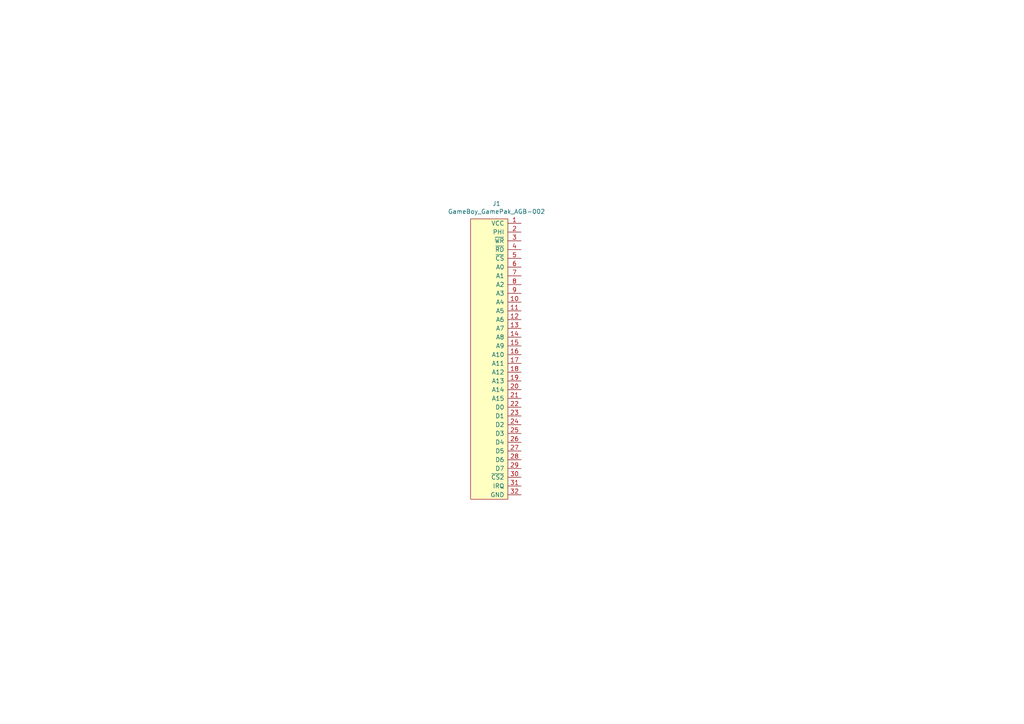
<source format=kicad_sch>
(kicad_sch (version 20211123) (generator eeschema)
  (paper "A4")
  (lib_symbols
    (symbol "Connector_GameBoy:GameBoy_GamePak_AGB-002" (pin_names (offset 1.016))
      (property "Reference" "J" (at -1.27 41.91 0))
      (property "Value" "GameBoy_GamePak_AGB-002" (at -5.08 -42.545 0))
      (symbol "GameBoy_GamePak_AGB-002_0_1"
        (rectangle (start 0 40.64) (end -10.795 -40.64) (fill (type background)))
      )
      (symbol "GameBoy_GamePak_AGB-002_1_1"
        (pin passive line (at 3.81 39.37 180) (length 3.81) (name "VCC") (number "1"))
        (pin passive line (at 3.81 16.51 180) (length 3.81) (name "A4") (number "10"))
        (pin passive line (at 3.81 13.97 180) (length 3.81) (name "A5") (number "11"))
        (pin passive line (at 3.81 11.43 180) (length 3.81) (name "A6") (number "12"))
        (pin passive line (at 3.81 8.89 180) (length 3.81) (name "A7") (number "13"))
        (pin passive line (at 3.81 6.35 180) (length 3.81) (name "A8") (number "14"))
        (pin passive line (at 3.81 3.81 180) (length 3.81) (name "A9") (number "15"))
        (pin passive line (at 3.81 1.27 180) (length 3.81) (name "A10") (number "16"))
        (pin passive line (at 3.81 -1.27 180) (length 3.81) (name "A11") (number "17"))
        (pin passive line (at 3.81 -3.81 180) (length 3.81) (name "A12") (number "18"))
        (pin passive line (at 3.81 -6.35 180) (length 3.81) (name "A13") (number "19"))
        (pin passive line (at 3.81 36.83 180) (length 3.81) (name "PHI") (number "2"))
        (pin passive line (at 3.81 -8.89 180) (length 3.81) (name "A14") (number "20"))
        (pin passive line (at 3.81 -11.43 180) (length 3.81) (name "A15") (number "21"))
        (pin passive line (at 3.81 -13.97 180) (length 3.81) (name "D0") (number "22"))
        (pin passive line (at 3.81 -16.51 180) (length 3.81) (name "D1") (number "23"))
        (pin passive line (at 3.81 -19.05 180) (length 3.81) (name "D2") (number "24"))
        (pin passive line (at 3.81 -21.59 180) (length 3.81) (name "D3") (number "25"))
        (pin passive line (at 3.81 -24.13 180) (length 3.81) (name "D4") (number "26"))
        (pin passive line (at 3.81 -26.67 180) (length 3.81) (name "D5") (number "27"))
        (pin passive line (at 3.81 -29.21 180) (length 3.81) (name "D6") (number "28"))
        (pin passive line (at 3.81 -31.75 180) (length 3.81) (name "D7") (number "29"))
        (pin passive line (at 3.81 34.29 180) (length 3.81) (name "~{WR}") (number "3"))
        (pin passive line (at 3.81 -34.29 180) (length 3.81) (name "~{CS2}") (number "30"))
        (pin passive line (at 3.81 -36.83 180) (length 3.81) (name "IRQ") (number "31"))
        (pin passive line (at 3.81 -39.37 180) (length 3.81) (name "GND") (number "32"))
        (pin passive line (at 3.81 31.75 180) (length 3.81) (name "~{RD}") (number "4"))
        (pin passive line (at 3.81 29.21 180) (length 3.81) (name "~{CS}") (number "5"))
        (pin passive line (at 3.81 26.67 180) (length 3.81) (name "A0") (number "6"))
        (pin passive line (at 3.81 24.13 180) (length 3.81) (name "A1") (number "7"))
        (pin passive line (at 3.81 21.59 180) (length 3.81) (name "A2") (number "8"))
        (pin passive line (at 3.81 19.05 180) (length 3.81) (name "A3") (number "9"))
      )
    )
  )
  (symbol (lib_id "Connector_GameBoy:GameBoy_GamePak_AGB-002") (at 147.32 104.14 0) (unit 1)
    (property "Reference" "J1" (at 144.018 59.055 0))
    (property "Value" "GameBoy_GamePak_AGB-002" (at 144.018 61.3664 0))
    (property "Footprint" "Connector_GameBoy:GameBoy_GamePak_AGB-002_P1.50mm_Edge" (effects hide))
  )
)
</source>
